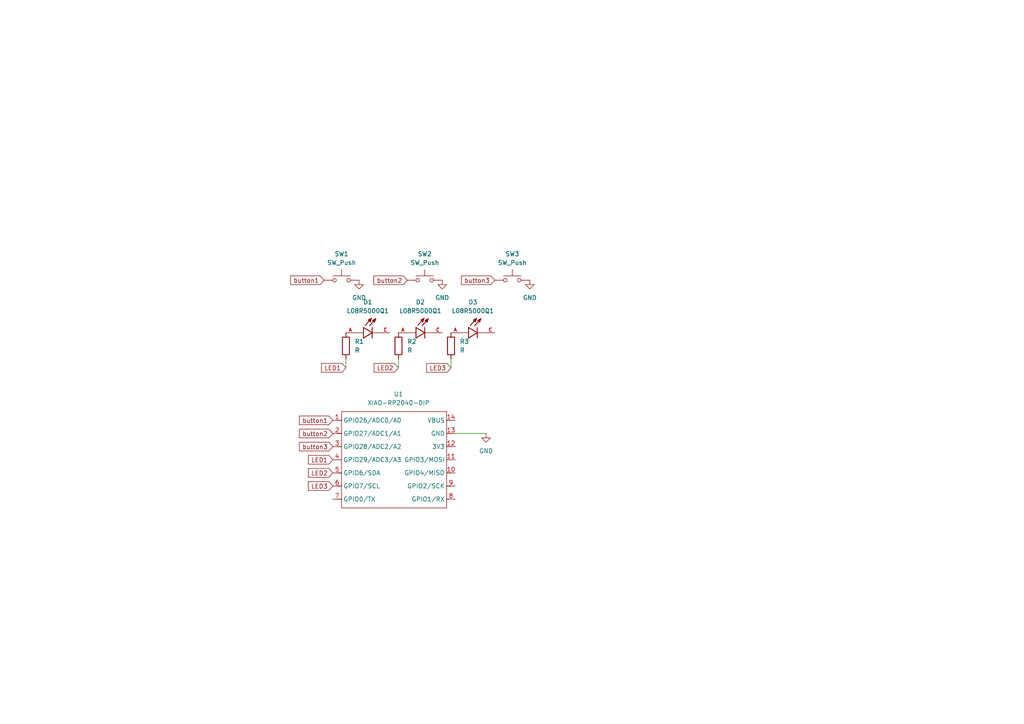
<source format=kicad_sch>
(kicad_sch (version 20250114) (generator "eeschema") (generator_version "9.0")
  (paper "A4")
  (lib_symbols
    (symbol "Device:R" (pin_numbers (hide yes)) (pin_names (offset 0))
      (property "Reference" "R" (at 2.032 0 90))
      (property "Value" "R" (at 0 0 90))
      (symbol "R_0_1"
        (rectangle (start -1.016 -2.54) (end 1.016 2.54) (stroke (width 0.254)))
      )
      (symbol "R_1_1"
        (pin passive line (at 0 3.81 270) (length 1.27) (name "~") (number "1"))
        (pin passive line (at 0 -3.81 90) (length 1.27) (name "~") (number "2"))
      )
    )
    (symbol "L08R5000Q1:L08R5000Q1" (pin_names (offset 1.016))
      (property "Reference" "D" (at -3.0988 4.4958 0))
      (property "Value" "L08R5000Q1" (at -3.556 -3.302 0))
      (symbol "L08R5000Q1_0_0"
        (polyline (pts (xy -2.54 1.524) (xy -2.54 0)) (stroke (width 0.254)))
        (polyline (pts (xy -2.54 0) (xy -5.08 0)) (stroke (width 0.1524)))
        (polyline (pts (xy -2.54 0) (xy -2.54 -1.524)) (stroke (width 0.254)))
        (polyline (pts (xy -2.54 -1.524) (xy 0 0)) (stroke (width 0.254)))
        (polyline (pts (xy -1.1176 3.683) (xy -0.2286 4.1656)) (stroke (width 0.254)))
        (polyline (pts (xy -0.9398 3.6068) (xy -0.7112 3.7592)) (stroke (width 0.254)))
        (polyline (pts (xy -0.5588 3.2004) (xy -1.1176 3.683)) (stroke (width 0.254)))
        (polyline (pts (xy -0.5588 3.2004) (xy -0.5334 3.937)) (stroke (width 0.254)))
        (polyline (pts (xy -0.5334 3.937) (xy -0.6604 3.937)) (stroke (width 0.254)))
        (polyline (pts (xy -0.2286 4.1656) (xy -2.0066 2.1336)) (stroke (width 0.254)))
        (polyline (pts (xy -0.2286 4.1656) (xy -0.5588 3.2004)) (stroke (width 0.254)))
        (polyline (pts (xy 0 1.524) (xy 0 0)) (stroke (width 0.254)))
        (polyline (pts (xy 0 0) (xy -2.54 1.524)) (stroke (width 0.254)))
        (polyline (pts (xy 0 0) (xy 0 -1.524)) (stroke (width 0.254)))
        (polyline (pts (xy 0.127 3.5814) (xy 1.016 4.064)) (stroke (width 0.254)))
        (polyline (pts (xy 0.3048 3.5052) (xy 0.5334 3.6576)) (stroke (width 0.254)))
        (polyline (pts (xy 0.6858 3.0988) (xy 0.127 3.5814)) (stroke (width 0.254)))
        (polyline (pts (xy 0.6858 3.0988) (xy 0.7112 3.8354)) (stroke (width 0.254)))
        (polyline (pts (xy 0.7112 3.8354) (xy 0.5842 3.8354)) (stroke (width 0.254)))
        (polyline (pts (xy 1.016 4.064) (xy -0.762 2.032)) (stroke (width 0.254)))
        (polyline (pts (xy 1.016 4.064) (xy 0.6858 3.0988)) (stroke (width 0.254)))
        (polyline (pts (xy 2.54 0) (xy 0 0)) (stroke (width 0.1524)))
        (pin passive line (at -7.62 0 0) (length 2.54) (name "~") (number "A"))
        (pin passive line (at 5.08 0 180) (length 2.54) (name "~") (number "C"))
      )
    )
    (symbol "Seeed_Studio_XIAO_Series:XIAO-RP2040-DIP"
      (property "Reference" "U" (at 0 0 0))
      (property "Value" "XIAO-RP2040-DIP" (at 5.334 -1.778 0))
      (symbol "XIAO-RP2040-DIP_1_0"
        (polyline (pts (xy -1.27 -2.54) (xy 29.21 -2.54)) (stroke (width 0.1524)))
        (polyline (pts (xy -1.27 -5.08) (xy -2.54 -5.08)) (stroke (width 0.1524)))
        (polyline (pts (xy -1.27 -5.08) (xy -1.27 -2.54)) (stroke (width 0.1524)))
        (polyline (pts (xy -1.27 -8.89) (xy -2.54 -8.89)) (stroke (width 0.1524)))
        (polyline (pts (xy -1.27 -8.89) (xy -1.27 -5.08)) (stroke (width 0.1524)))
        (polyline (pts (xy -1.27 -12.7) (xy -2.54 -12.7)) (stroke (width 0.1524)))
        (polyline (pts (xy -1.27 -12.7) (xy -1.27 -8.89)) (stroke (width 0.1524)))
        (polyline (pts (xy -1.27 -16.51) (xy -2.54 -16.51)) (stroke (width 0.1524)))
        (polyline (pts (xy -1.27 -16.51) (xy -1.27 -12.7)) (stroke (width 0.1524)))
        (polyline (pts (xy -1.27 -20.32) (xy -2.54 -20.32)) (stroke (width 0.1524)))
        (polyline (pts (xy -1.27 -24.13) (xy -2.54 -24.13)) (stroke (width 0.1524)))
        (polyline (pts (xy -1.27 -27.94) (xy -2.54 -27.94)) (stroke (width 0.1524)))
        (polyline (pts (xy -1.27 -30.48) (xy -1.27 -16.51)) (stroke (width 0.1524)))
        (polyline (pts (xy 29.21 -2.54) (xy 29.21 -5.08)) (stroke (width 0.1524)))
        (polyline (pts (xy 29.21 -5.08) (xy 29.21 -8.89)) (stroke (width 0.1524)))
        (polyline (pts (xy 29.21 -8.89) (xy 29.21 -12.7)) (stroke (width 0.1524)))
        (polyline (pts (xy 29.21 -12.7) (xy 29.21 -30.48)) (stroke (width 0.1524)))
        (polyline (pts (xy 29.21 -30.48) (xy -1.27 -30.48)) (stroke (width 0.1524)))
        (polyline (pts (xy 30.48 -5.08) (xy 29.21 -5.08)) (stroke (width 0.1524)))
        (polyline (pts (xy 30.48 -8.89) (xy 29.21 -8.89)) (stroke (width 0.1524)))
        (polyline (pts (xy 30.48 -12.7) (xy 29.21 -12.7)) (stroke (width 0.1524)))
        (polyline (pts (xy 30.48 -16.51) (xy 29.21 -16.51)) (stroke (width 0.1524)))
        (polyline (pts (xy 30.48 -20.32) (xy 29.21 -20.32)) (stroke (width 0.1524)))
        (polyline (pts (xy 30.48 -24.13) (xy 29.21 -24.13)) (stroke (width 0.1524)))
        (polyline (pts (xy 30.48 -27.94) (xy 29.21 -27.94)) (stroke (width 0.1524)))
        (pin passive line (at -3.81 -5.08 0) (length 2.54) (name "GPIO26/ADC0/A0") (number "1"))
        (pin passive line (at -3.81 -8.89 0) (length 2.54) (name "GPIO27/ADC1/A1") (number "2"))
        (pin passive line (at -3.81 -12.7 0) (length 2.54) (name "GPIO28/ADC2/A2") (number "3"))
        (pin passive line (at -3.81 -16.51 0) (length 2.54) (name "GPIO29/ADC3/A3") (number "4"))
        (pin passive line (at -3.81 -20.32 0) (length 2.54) (name "GPIO6/SDA") (number "5"))
        (pin passive line (at -3.81 -24.13 0) (length 2.54) (name "GPIO7/SCL") (number "6"))
        (pin passive line (at -3.81 -27.94 0) (length 2.54) (name "GPIO0/TX") (number "7"))
        (pin passive line (at 31.75 -5.08 180) (length 2.54) (name "VBUS") (number "14"))
        (pin passive line (at 31.75 -8.89 180) (length 2.54) (name "GND") (number "13"))
        (pin passive line (at 31.75 -12.7 180) (length 2.54) (name "3V3") (number "12"))
        (pin passive line (at 31.75 -16.51 180) (length 2.54) (name "GPIO3/MOSI") (number "11"))
        (pin passive line (at 31.75 -20.32 180) (length 2.54) (name "GPIO4/MISO") (number "10"))
        (pin passive line (at 31.75 -24.13 180) (length 2.54) (name "GPIO2/SCK") (number "9"))
        (pin passive line (at 31.75 -27.94 180) (length 2.54) (name "GPIO1/RX") (number "8"))
      )
    )
    (symbol "Switch:SW_Push" (pin_numbers (hide yes)) (pin_names (offset 1.016) (hide yes))
      (property "Reference" "SW" (at 1.27 2.54 0))
      (property "Value" "SW_Push" (at 0 -1.524 0))
      (symbol "SW_Push_0_1"
        (circle (center -2.032 0) (radius 0.508))
        (polyline (pts (xy 0 1.27) (xy 0 3.048)))
        (circle (center 2.032 0) (radius 0.508))
        (polyline (pts (xy 2.54 1.27) (xy -2.54 1.27)))
        (pin passive line (at -5.08 0 0) (length 2.54) (name "1") (number "1"))
        (pin passive line (at 5.08 0 180) (length 2.54) (name "2") (number "2"))
      )
    )
    (symbol "power:GND" (power) (pin_numbers (hide yes)) (pin_names (offset 0) (hide yes))
      (property "Value" "GND" (at 0 -3.81 0))
      (symbol "GND_0_1"
        (polyline (pts (xy 0 0) (xy 0 -1.27) (xy 1.27 -1.27) (xy 0 -2.54) (xy -1.27 -1.27) (xy 0 -1.27)))
      )
      (symbol "GND_1_1"
        (pin power_in line (at 0 0 270) (length 0) (name "~") (number "1"))
      )
    )
  )
  (wire (pts (xy 130.81 106.68) (xy 130.81 104.14)))
  (wire (pts (xy 140.97 125.73) (xy 132.08 125.73)))
  (wire (pts (xy 115.57 106.68) (xy 115.57 104.14)))
  (wire (pts (xy 100.33 106.68) (xy 100.33 104.14)))
  (global_label "button1" (shape input) (at 93.98 81.28 180) (property "Intersheetrefs" "${INTERSHEET_REFS}" (effects (hide yes))))
  (global_label "LED1" (shape input) (at 100.33 106.68 180) (property "Intersheetrefs" "${INTERSHEET_REFS}" (effects (hide yes))))
  (global_label "button3" (shape input) (at 143.51 81.28 180) (property "Intersheetrefs" "${INTERSHEET_REFS}" (effects (hide yes))))
  (global_label "button2" (shape input) (at 118.11 81.28 180) (property "Intersheetrefs" "${INTERSHEET_REFS}" (effects (hide yes))))
  (global_label "LED2" (shape input) (at 115.57 106.68 180) (property "Intersheetrefs" "${INTERSHEET_REFS}" (effects (hide yes))))
  (global_label "button3" (shape input) (at 96.52 129.54 180) (property "Intersheetrefs" "${INTERSHEET_REFS}" (effects (hide yes))))
  (global_label "LED3" (shape input) (at 96.52 140.97 180) (property "Intersheetrefs" "${INTERSHEET_REFS}" (effects (hide yes))))
  (global_label "button1" (shape input) (at 96.52 121.92 180) (property "Intersheetrefs" "${INTERSHEET_REFS}" (effects (hide yes))))
  (global_label "LED1" (shape input) (at 96.52 133.35 180) (property "Intersheetrefs" "${INTERSHEET_REFS}" (effects (hide yes))))
  (global_label "LED3" (shape input) (at 130.81 106.68 180) (property "Intersheetrefs" "${INTERSHEET_REFS}" (effects (hide yes))))
  (global_label "LED2" (shape input) (at 96.52 137.16 180) (property "Intersheetrefs" "${INTERSHEET_REFS}" (effects (hide yes))))
  (global_label "button2" (shape input) (at 96.52 125.73 180) (property "Intersheetrefs" "${INTERSHEET_REFS}" (effects (hide yes))))
  (symbol (lib_id "Switch:SW_Push") (at 148.59 81.28 0) (unit 1)
    (property "Reference" "SW3" (at 148.59 73.66 0))
    (property "Value" "SW_Push" (at 148.59 76.2 0))
    (property "Footprint" "Button_Switch_Keyboard:SW_Cherry_MX_1.00u_PCB" (effects (hide yes)))
    (property "Description" "Push button switch, generic, two pins" (effects (hide yes)))
  )
  (symbol (lib_id "Device:R") (at 130.81 100.33 0) (unit 1)
    (property "Reference" "R3" (at 133.35 99.0599 0) (effects (justify left)))
    (property "Value" "R" (at 133.35 101.5999 0) (effects (justify left)))
    (property "Footprint" "Resistor_THT:R_Axial_DIN0204_L3.6mm_D1.6mm_P5.08mm_Horizontal" (effects (hide yes)))
    (property "Description" "Resistor" (effects (hide yes)))
  )
  (symbol (lib_id "power:GND") (at 128.27 81.28 0) (unit 1)
    (property "Reference" "#PWR03" (effects (hide yes)))
    (property "Value" "GND" (at 128.27 86.36 0))
    (property "Description" "Power symbol creates a global label with name \"GND\" , ground" (effects (hide yes)))
  )
  (symbol (lib_id "power:GND") (at 153.67 81.28 0) (unit 1)
    (property "Reference" "#PWR02" (effects (hide yes)))
    (property "Value" "GND" (at 153.67 86.36 0))
    (property "Description" "Power symbol creates a global label with name \"GND\" , ground" (effects (hide yes)))
  )
  (symbol (lib_id "Switch:SW_Push") (at 123.19 81.28 0) (unit 1)
    (property "Reference" "SW2" (at 123.19 73.66 0))
    (property "Value" "SW_Push" (at 123.19 76.2 0))
    (property "Footprint" "Button_Switch_Keyboard:SW_Cherry_MX_1.00u_PCB" (effects (hide yes)))
    (property "Description" "Push button switch, generic, two pins" (effects (hide yes)))
  )
  (symbol (lib_id "power:GND") (at 140.97 125.73 0) (unit 1)
    (property "Reference" "#PWR01" (effects (hide yes)))
    (property "Value" "GND" (at 140.97 130.81 0))
    (property "Description" "Power symbol creates a global label with name \"GND\" , ground" (effects (hide yes)))
  )
  (symbol (lib_id "Device:R") (at 115.57 100.33 0) (unit 1)
    (property "Reference" "R2" (at 118.11 99.0599 0) (effects (justify left)))
    (property "Value" "R" (at 118.11 101.5999 0) (effects (justify left)))
    (property "Footprint" "Resistor_THT:R_Axial_DIN0204_L3.6mm_D1.6mm_P5.08mm_Horizontal" (effects (hide yes)))
    (property "Description" "Resistor" (effects (hide yes)))
  )
  (symbol (lib_id "L08R5000Q1:L08R5000Q1") (at 123.19 96.52 0) (unit 1)
    (property "Reference" "D2" (at 121.92 87.63 0))
    (property "Value" "L08R5000Q1" (at 121.92 90.17 0))
    (property "Footprint" "footprints:LEDRD254W57D500H1070" (effects (hide yes)))
    (property "MF" "LED Technology" (effects (hide yes)))
    (property "MAXIMUM_PACKAGE_HEIGHT" "10.7mm" (effects (hide yes)))
    (property "Package" "None" (effects (hide yes)))
    (property "Price" "None" (effects (hide yes)))
    (property "Check_prices" "https://www.snapeda.com/parts/L08R5000Q1/LED+Technology/view-part/?ref=eda" (effects (hide yes)))
    (property "STANDARD" "IPC-7351B" (effects (hide yes)))
    (property "PARTREV" "NA" (effects (hide yes)))
    (property "SnapEDA_Link" "https://www.snapeda.com/parts/L08R5000Q1/LED+Technology/view-part/?ref=snap" (effects (hide yes)))
    (property "MP" "L08R5000Q1" (effects (hide yes)))
    (property "Description_1" "LED, 5MM, ORANGE; LED / Lamp Size: 5mm / T-1 3/4; LED Colour: Orange; Typ Luminous Intensity: 4.3mcd; Viewing Angle: ..." (effects (hide yes)))
    (property "Availability" "Not in stock" (effects (hide yes)))
    (property "MANUFACTURER" "LED TECHNOLOGY" (effects (hide yes)))
  )
  (symbol (lib_id "Switch:SW_Push") (at 99.06 81.28 0) (unit 1)
    (property "Reference" "SW1" (at 99.06 73.66 0))
    (property "Value" "SW_Push" (at 99.06 76.2 0))
    (property "Footprint" "Button_Switch_Keyboard:SW_Cherry_MX_1.00u_PCB" (effects (hide yes)))
    (property "Description" "Push button switch, generic, two pins" (effects (hide yes)))
  )
  (symbol (lib_id "power:GND") (at 104.14 81.28 0) (unit 1)
    (property "Reference" "#PWR04" (effects (hide yes)))
    (property "Value" "GND" (at 104.14 86.36 0))
    (property "Description" "Power symbol creates a global label with name \"GND\" , ground" (effects (hide yes)))
  )
  (symbol (lib_id "Seeed_Studio_XIAO_Series:XIAO-RP2040-DIP") (at 100.33 116.84 0) (unit 1)
    (property "Reference" "U1" (at 115.57 114.3 0))
    (property "Value" "XIAO-RP2040-DIP" (at 115.57 116.84 0))
    (property "Footprint" "footprints:XIAO-RP2040-DIP" (effects (hide yes)))
  )
  (symbol (lib_id "L08R5000Q1:L08R5000Q1") (at 138.43 96.52 0) (unit 1)
    (property "Reference" "D3" (at 137.16 87.63 0))
    (property "Value" "L08R5000Q1" (at 137.16 90.17 0))
    (property "Footprint" "footprints:LEDRD254W57D500H1070" (effects (hide yes)))
    (property "MF" "LED Technology" (effects (hide yes)))
    (property "MAXIMUM_PACKAGE_HEIGHT" "10.7mm" (effects (hide yes)))
    (property "Package" "None" (effects (hide yes)))
    (property "Price" "None" (effects (hide yes)))
    (property "Check_prices" "https://www.snapeda.com/parts/L08R5000Q1/LED+Technology/view-part/?ref=eda" (effects (hide yes)))
    (property "STANDARD" "IPC-7351B" (effects (hide yes)))
    (property "PARTREV" "NA" (effects (hide yes)))
    (property "SnapEDA_Link" "https://www.snapeda.com/parts/L08R5000Q1/LED+Technology/view-part/?ref=snap" (effects (hide yes)))
    (property "MP" "L08R5000Q1" (effects (hide yes)))
    (property "Description_1" "LED, 5MM, ORANGE; LED / Lamp Size: 5mm / T-1 3/4; LED Colour: Orange; Typ Luminous Intensity: 4.3mcd; Viewing Angle: ..." (effects (hide yes)))
    (property "Availability" "Not in stock" (effects (hide yes)))
    (property "MANUFACTURER" "LED TECHNOLOGY" (effects (hide yes)))
  )
  (symbol (lib_id "L08R5000Q1:L08R5000Q1") (at 107.95 96.52 0) (unit 1)
    (property "Reference" "D1" (at 106.68 87.63 0))
    (property "Value" "L08R5000Q1" (at 106.68 90.17 0))
    (property "Footprint" "footprints:LEDRD254W57D500H1070" (effects (hide yes)))
    (property "MF" "LED Technology" (effects (hide yes)))
    (property "MAXIMUM_PACKAGE_HEIGHT" "10.7mm" (effects (hide yes)))
    (property "Package" "None" (effects (hide yes)))
    (property "Price" "None" (effects (hide yes)))
    (property "Check_prices" "https://www.snapeda.com/parts/L08R5000Q1/LED+Technology/view-part/?ref=eda" (effects (hide yes)))
    (property "STANDARD" "IPC-7351B" (effects (hide yes)))
    (property "PARTREV" "NA" (effects (hide yes)))
    (property "SnapEDA_Link" "https://www.snapeda.com/parts/L08R5000Q1/LED+Technology/view-part/?ref=snap" (effects (hide yes)))
    (property "MP" "L08R5000Q1" (effects (hide yes)))
    (property "Description_1" "LED, 5MM, ORANGE; LED / Lamp Size: 5mm / T-1 3/4; LED Colour: Orange; Typ Luminous Intensity: 4.3mcd; Viewing Angle: ..." (effects (hide yes)))
    (property "Availability" "Not in stock" (effects (hide yes)))
    (property "MANUFACTURER" "LED TECHNOLOGY" (effects (hide yes)))
  )
  (symbol (lib_id "Device:R") (at 100.33 100.33 0) (unit 1)
    (property "Reference" "R1" (at 102.87 99.0599 0) (effects (justify left)))
    (property "Value" "R" (at 102.87 101.5999 0) (effects (justify left)))
    (property "Footprint" "Resistor_THT:R_Axial_DIN0204_L3.6mm_D1.6mm_P5.08mm_Horizontal" (effects (hide yes)))
    (property "Description" "Resistor" (effects (hide yes)))
  )
)
</source>
